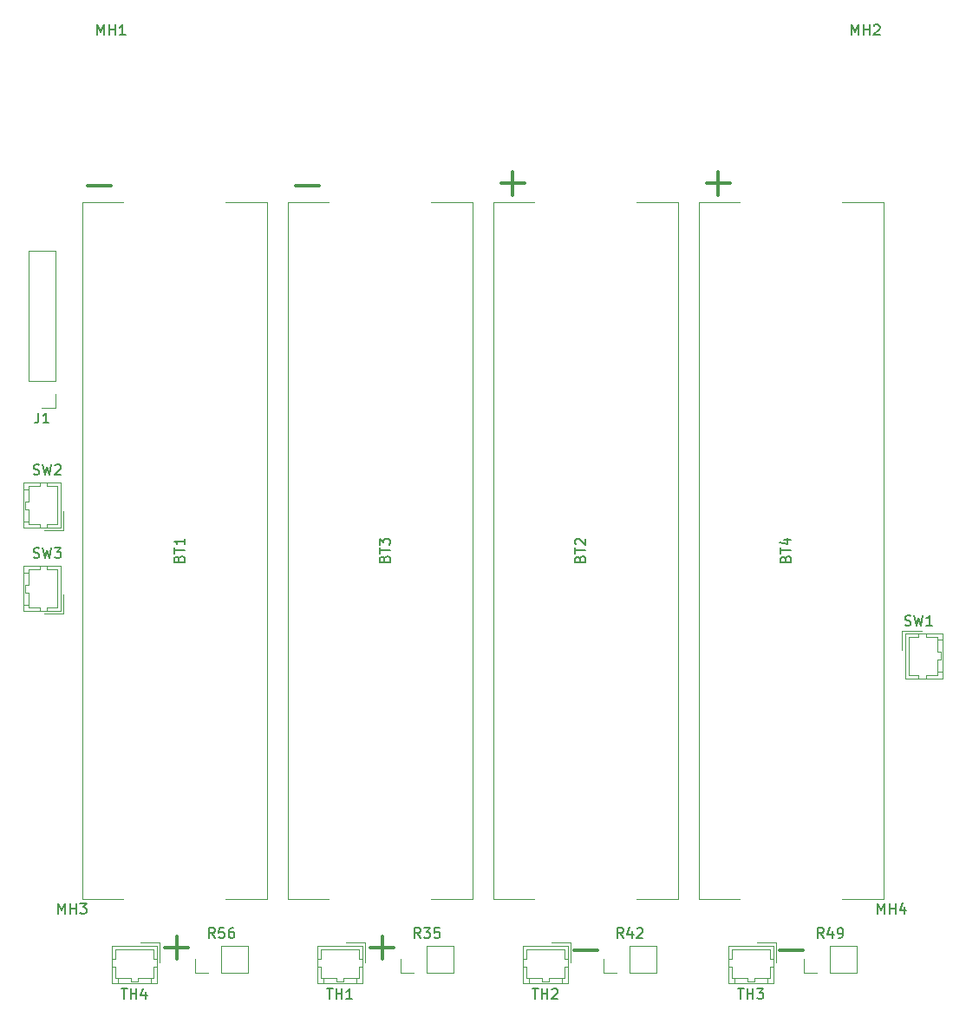
<source format=gbr>
%TF.GenerationSoftware,KiCad,Pcbnew,(5.1.9)-1*%
%TF.CreationDate,2022-01-29T17:26:47-05:00*%
%TF.ProjectId,BatteryMaster,42617474-6572-4794-9d61-737465722e6b,rev?*%
%TF.SameCoordinates,Original*%
%TF.FileFunction,Legend,Top*%
%TF.FilePolarity,Positive*%
%FSLAX46Y46*%
G04 Gerber Fmt 4.6, Leading zero omitted, Abs format (unit mm)*
G04 Created by KiCad (PCBNEW (5.1.9)-1) date 2022-01-29 17:26:47*
%MOMM*%
%LPD*%
G01*
G04 APERTURE LIST*
%ADD10C,0.120000*%
%ADD11C,0.150000*%
%ADD12C,0.300000*%
G04 APERTURE END LIST*
D10*
%TO.C,BT1*%
X112920000Y-70902000D02*
X116920000Y-70902000D01*
X130920000Y-70902000D02*
X126920000Y-70902000D01*
X130920000Y-138902000D02*
X126920000Y-138902000D01*
X112920000Y-138902000D02*
X116920000Y-138902000D01*
X130920000Y-138902000D02*
X130920000Y-70902000D01*
X112920000Y-138902000D02*
X112920000Y-70902000D01*
%TO.C,TH4*%
X120168000Y-147080000D02*
X120168000Y-143480000D01*
X120168000Y-143480000D02*
X115818000Y-143480000D01*
X115818000Y-143480000D02*
X115818000Y-147080000D01*
X115818000Y-147080000D02*
X120168000Y-147080000D01*
X120478000Y-145080000D02*
X120478000Y-143170000D01*
X120478000Y-143170000D02*
X118568000Y-143170000D01*
X120168000Y-144780000D02*
X119868000Y-144780000D01*
X119868000Y-144780000D02*
X119868000Y-143780000D01*
X119868000Y-143780000D02*
X116118000Y-143780000D01*
X116118000Y-143780000D02*
X116118000Y-144780000D01*
X116118000Y-144780000D02*
X115818000Y-144780000D01*
X120168000Y-145530000D02*
X119868000Y-145530000D01*
X119868000Y-145530000D02*
X119868000Y-146630000D01*
X119868000Y-146630000D02*
X119568000Y-146630000D01*
X119568000Y-146630000D02*
X119568000Y-147080000D01*
X115818000Y-145530000D02*
X116118000Y-145530000D01*
X116118000Y-145530000D02*
X116118000Y-146630000D01*
X116118000Y-146630000D02*
X116418000Y-146630000D01*
X116418000Y-146630000D02*
X116418000Y-147080000D01*
X119568000Y-146630000D02*
X118368000Y-146630000D01*
X118368000Y-146630000D02*
X118368000Y-146930000D01*
X118368000Y-146930000D02*
X117618000Y-146930000D01*
X117618000Y-146930000D02*
X117618000Y-146630000D01*
X117618000Y-146630000D02*
X116418000Y-146630000D01*
%TO.C,TH3*%
X180366000Y-147080000D02*
X180366000Y-143480000D01*
X180366000Y-143480000D02*
X176016000Y-143480000D01*
X176016000Y-143480000D02*
X176016000Y-147080000D01*
X176016000Y-147080000D02*
X180366000Y-147080000D01*
X180676000Y-145080000D02*
X180676000Y-143170000D01*
X180676000Y-143170000D02*
X178766000Y-143170000D01*
X180366000Y-144780000D02*
X180066000Y-144780000D01*
X180066000Y-144780000D02*
X180066000Y-143780000D01*
X180066000Y-143780000D02*
X176316000Y-143780000D01*
X176316000Y-143780000D02*
X176316000Y-144780000D01*
X176316000Y-144780000D02*
X176016000Y-144780000D01*
X180366000Y-145530000D02*
X180066000Y-145530000D01*
X180066000Y-145530000D02*
X180066000Y-146630000D01*
X180066000Y-146630000D02*
X179766000Y-146630000D01*
X179766000Y-146630000D02*
X179766000Y-147080000D01*
X176016000Y-145530000D02*
X176316000Y-145530000D01*
X176316000Y-145530000D02*
X176316000Y-146630000D01*
X176316000Y-146630000D02*
X176616000Y-146630000D01*
X176616000Y-146630000D02*
X176616000Y-147080000D01*
X179766000Y-146630000D02*
X178566000Y-146630000D01*
X178566000Y-146630000D02*
X178566000Y-146930000D01*
X178566000Y-146930000D02*
X177816000Y-146930000D01*
X177816000Y-146930000D02*
X177816000Y-146630000D01*
X177816000Y-146630000D02*
X176616000Y-146630000D01*
%TO.C,TH2*%
X160300000Y-147080000D02*
X160300000Y-143480000D01*
X160300000Y-143480000D02*
X155950000Y-143480000D01*
X155950000Y-143480000D02*
X155950000Y-147080000D01*
X155950000Y-147080000D02*
X160300000Y-147080000D01*
X160610000Y-145080000D02*
X160610000Y-143170000D01*
X160610000Y-143170000D02*
X158700000Y-143170000D01*
X160300000Y-144780000D02*
X160000000Y-144780000D01*
X160000000Y-144780000D02*
X160000000Y-143780000D01*
X160000000Y-143780000D02*
X156250000Y-143780000D01*
X156250000Y-143780000D02*
X156250000Y-144780000D01*
X156250000Y-144780000D02*
X155950000Y-144780000D01*
X160300000Y-145530000D02*
X160000000Y-145530000D01*
X160000000Y-145530000D02*
X160000000Y-146630000D01*
X160000000Y-146630000D02*
X159700000Y-146630000D01*
X159700000Y-146630000D02*
X159700000Y-147080000D01*
X155950000Y-145530000D02*
X156250000Y-145530000D01*
X156250000Y-145530000D02*
X156250000Y-146630000D01*
X156250000Y-146630000D02*
X156550000Y-146630000D01*
X156550000Y-146630000D02*
X156550000Y-147080000D01*
X159700000Y-146630000D02*
X158500000Y-146630000D01*
X158500000Y-146630000D02*
X158500000Y-146930000D01*
X158500000Y-146930000D02*
X157750000Y-146930000D01*
X157750000Y-146930000D02*
X157750000Y-146630000D01*
X157750000Y-146630000D02*
X156550000Y-146630000D01*
%TO.C,TH1*%
X140234000Y-147080000D02*
X140234000Y-143480000D01*
X140234000Y-143480000D02*
X135884000Y-143480000D01*
X135884000Y-143480000D02*
X135884000Y-147080000D01*
X135884000Y-147080000D02*
X140234000Y-147080000D01*
X140544000Y-145080000D02*
X140544000Y-143170000D01*
X140544000Y-143170000D02*
X138634000Y-143170000D01*
X140234000Y-144780000D02*
X139934000Y-144780000D01*
X139934000Y-144780000D02*
X139934000Y-143780000D01*
X139934000Y-143780000D02*
X136184000Y-143780000D01*
X136184000Y-143780000D02*
X136184000Y-144780000D01*
X136184000Y-144780000D02*
X135884000Y-144780000D01*
X140234000Y-145530000D02*
X139934000Y-145530000D01*
X139934000Y-145530000D02*
X139934000Y-146630000D01*
X139934000Y-146630000D02*
X139634000Y-146630000D01*
X139634000Y-146630000D02*
X139634000Y-147080000D01*
X135884000Y-145530000D02*
X136184000Y-145530000D01*
X136184000Y-145530000D02*
X136184000Y-146630000D01*
X136184000Y-146630000D02*
X136484000Y-146630000D01*
X136484000Y-146630000D02*
X136484000Y-147080000D01*
X139634000Y-146630000D02*
X138434000Y-146630000D01*
X138434000Y-146630000D02*
X138434000Y-146930000D01*
X138434000Y-146930000D02*
X137684000Y-146930000D01*
X137684000Y-146930000D02*
X137684000Y-146630000D01*
X137684000Y-146630000D02*
X136484000Y-146630000D01*
%TO.C,J1*%
X110296000Y-75632000D02*
X107636000Y-75632000D01*
X110296000Y-88392000D02*
X110296000Y-75632000D01*
X107636000Y-88392000D02*
X107636000Y-75632000D01*
X110296000Y-88392000D02*
X107636000Y-88392000D01*
X110296000Y-89662000D02*
X110296000Y-90992000D01*
X110296000Y-90992000D02*
X108966000Y-90992000D01*
%TO.C,SW1*%
X196864000Y-113004000D02*
X193264000Y-113004000D01*
X193264000Y-113004000D02*
X193264000Y-117354000D01*
X193264000Y-117354000D02*
X196864000Y-117354000D01*
X196864000Y-117354000D02*
X196864000Y-113004000D01*
X194864000Y-112694000D02*
X192954000Y-112694000D01*
X192954000Y-112694000D02*
X192954000Y-114604000D01*
X194564000Y-113004000D02*
X194564000Y-113304000D01*
X194564000Y-113304000D02*
X193564000Y-113304000D01*
X193564000Y-113304000D02*
X193564000Y-117054000D01*
X193564000Y-117054000D02*
X194564000Y-117054000D01*
X194564000Y-117054000D02*
X194564000Y-117354000D01*
X195314000Y-113004000D02*
X195314000Y-113304000D01*
X195314000Y-113304000D02*
X196414000Y-113304000D01*
X196414000Y-113304000D02*
X196414000Y-113604000D01*
X196414000Y-113604000D02*
X196864000Y-113604000D01*
X195314000Y-117354000D02*
X195314000Y-117054000D01*
X195314000Y-117054000D02*
X196414000Y-117054000D01*
X196414000Y-117054000D02*
X196414000Y-116754000D01*
X196414000Y-116754000D02*
X196864000Y-116754000D01*
X196414000Y-113604000D02*
X196414000Y-114804000D01*
X196414000Y-114804000D02*
X196714000Y-114804000D01*
X196714000Y-114804000D02*
X196714000Y-115554000D01*
X196714000Y-115554000D02*
X196414000Y-115554000D01*
X196414000Y-115554000D02*
X196414000Y-116754000D01*
%TO.C,BT4*%
X191118000Y-138902000D02*
X187118000Y-138902000D01*
X173118000Y-138902000D02*
X177118000Y-138902000D01*
X173118000Y-70902000D02*
X177118000Y-70902000D01*
X191118000Y-70902000D02*
X187118000Y-70902000D01*
X173118000Y-70902000D02*
X173118000Y-138902000D01*
X191118000Y-70902000D02*
X191118000Y-138902000D01*
%TO.C,BT2*%
X171052000Y-138902000D02*
X167052000Y-138902000D01*
X153052000Y-138902000D02*
X157052000Y-138902000D01*
X153052000Y-70902000D02*
X157052000Y-70902000D01*
X171052000Y-70902000D02*
X167052000Y-70902000D01*
X153052000Y-70902000D02*
X153052000Y-138902000D01*
X171052000Y-70902000D02*
X171052000Y-138902000D01*
%TO.C,BT3*%
X132986000Y-70902000D02*
X136986000Y-70902000D01*
X150986000Y-70902000D02*
X146986000Y-70902000D01*
X150986000Y-138902000D02*
X146986000Y-138902000D01*
X132986000Y-138902000D02*
X136986000Y-138902000D01*
X150986000Y-138902000D02*
X150986000Y-70902000D01*
X132986000Y-138902000D02*
X132986000Y-70902000D01*
%TO.C,SW3*%
X107174000Y-110770000D02*
X110774000Y-110770000D01*
X110774000Y-110770000D02*
X110774000Y-106420000D01*
X110774000Y-106420000D02*
X107174000Y-106420000D01*
X107174000Y-106420000D02*
X107174000Y-110770000D01*
X109174000Y-111080000D02*
X111084000Y-111080000D01*
X111084000Y-111080000D02*
X111084000Y-109170000D01*
X109474000Y-110770000D02*
X109474000Y-110470000D01*
X109474000Y-110470000D02*
X110474000Y-110470000D01*
X110474000Y-110470000D02*
X110474000Y-106720000D01*
X110474000Y-106720000D02*
X109474000Y-106720000D01*
X109474000Y-106720000D02*
X109474000Y-106420000D01*
X108724000Y-110770000D02*
X108724000Y-110470000D01*
X108724000Y-110470000D02*
X107624000Y-110470000D01*
X107624000Y-110470000D02*
X107624000Y-110170000D01*
X107624000Y-110170000D02*
X107174000Y-110170000D01*
X108724000Y-106420000D02*
X108724000Y-106720000D01*
X108724000Y-106720000D02*
X107624000Y-106720000D01*
X107624000Y-106720000D02*
X107624000Y-107020000D01*
X107624000Y-107020000D02*
X107174000Y-107020000D01*
X107624000Y-110170000D02*
X107624000Y-108970000D01*
X107624000Y-108970000D02*
X107324000Y-108970000D01*
X107324000Y-108970000D02*
X107324000Y-108220000D01*
X107324000Y-108220000D02*
X107624000Y-108220000D01*
X107624000Y-108220000D02*
X107624000Y-107020000D01*
%TO.C,SW2*%
X107174000Y-102642000D02*
X110774000Y-102642000D01*
X110774000Y-102642000D02*
X110774000Y-98292000D01*
X110774000Y-98292000D02*
X107174000Y-98292000D01*
X107174000Y-98292000D02*
X107174000Y-102642000D01*
X109174000Y-102952000D02*
X111084000Y-102952000D01*
X111084000Y-102952000D02*
X111084000Y-101042000D01*
X109474000Y-102642000D02*
X109474000Y-102342000D01*
X109474000Y-102342000D02*
X110474000Y-102342000D01*
X110474000Y-102342000D02*
X110474000Y-98592000D01*
X110474000Y-98592000D02*
X109474000Y-98592000D01*
X109474000Y-98592000D02*
X109474000Y-98292000D01*
X108724000Y-102642000D02*
X108724000Y-102342000D01*
X108724000Y-102342000D02*
X107624000Y-102342000D01*
X107624000Y-102342000D02*
X107624000Y-102042000D01*
X107624000Y-102042000D02*
X107174000Y-102042000D01*
X108724000Y-98292000D02*
X108724000Y-98592000D01*
X108724000Y-98592000D02*
X107624000Y-98592000D01*
X107624000Y-98592000D02*
X107624000Y-98892000D01*
X107624000Y-98892000D02*
X107174000Y-98892000D01*
X107624000Y-102042000D02*
X107624000Y-100842000D01*
X107624000Y-100842000D02*
X107324000Y-100842000D01*
X107324000Y-100842000D02*
X107324000Y-100092000D01*
X107324000Y-100092000D02*
X107624000Y-100092000D01*
X107624000Y-100092000D02*
X107624000Y-98892000D01*
%TO.C,R56*%
X129092000Y-146110000D02*
X129092000Y-143450000D01*
X126492000Y-146110000D02*
X129092000Y-146110000D01*
X126492000Y-143450000D02*
X129092000Y-143450000D01*
X126492000Y-146110000D02*
X126492000Y-143450000D01*
X125222000Y-146110000D02*
X123892000Y-146110000D01*
X123892000Y-146110000D02*
X123892000Y-144780000D01*
%TO.C,R49*%
X188528000Y-146110000D02*
X188528000Y-143450000D01*
X185928000Y-146110000D02*
X188528000Y-146110000D01*
X185928000Y-143450000D02*
X188528000Y-143450000D01*
X185928000Y-146110000D02*
X185928000Y-143450000D01*
X184658000Y-146110000D02*
X183328000Y-146110000D01*
X183328000Y-146110000D02*
X183328000Y-144780000D01*
%TO.C,R42*%
X168970000Y-146110000D02*
X168970000Y-143450000D01*
X166370000Y-146110000D02*
X168970000Y-146110000D01*
X166370000Y-143450000D02*
X168970000Y-143450000D01*
X166370000Y-146110000D02*
X166370000Y-143450000D01*
X165100000Y-146110000D02*
X163770000Y-146110000D01*
X163770000Y-146110000D02*
X163770000Y-144780000D01*
%TO.C,R35*%
X149158000Y-146110000D02*
X149158000Y-143450000D01*
X146558000Y-146110000D02*
X149158000Y-146110000D01*
X146558000Y-143450000D02*
X149158000Y-143450000D01*
X146558000Y-146110000D02*
X146558000Y-143450000D01*
X145288000Y-146110000D02*
X143958000Y-146110000D01*
X143958000Y-146110000D02*
X143958000Y-144780000D01*
%TO.C,BT1*%
D11*
X122348571Y-105687714D02*
X122396190Y-105544857D01*
X122443809Y-105497238D01*
X122539047Y-105449619D01*
X122681904Y-105449619D01*
X122777142Y-105497238D01*
X122824761Y-105544857D01*
X122872380Y-105640095D01*
X122872380Y-106021047D01*
X121872380Y-106021047D01*
X121872380Y-105687714D01*
X121920000Y-105592476D01*
X121967619Y-105544857D01*
X122062857Y-105497238D01*
X122158095Y-105497238D01*
X122253333Y-105544857D01*
X122300952Y-105592476D01*
X122348571Y-105687714D01*
X122348571Y-106021047D01*
X121872380Y-105163904D02*
X121872380Y-104592476D01*
X122872380Y-104878190D02*
X121872380Y-104878190D01*
X122872380Y-103735333D02*
X122872380Y-104306761D01*
X122872380Y-104021047D02*
X121872380Y-104021047D01*
X122015238Y-104116285D01*
X122110476Y-104211523D01*
X122158095Y-104306761D01*
D12*
X113411142Y-69302285D02*
X115696857Y-69302285D01*
X122134285Y-144779857D02*
X122134285Y-142494142D01*
X123277142Y-143637000D02*
X120991428Y-143637000D01*
%TO.C,TH4*%
D11*
X116712285Y-147632380D02*
X117283714Y-147632380D01*
X116998000Y-148632380D02*
X116998000Y-147632380D01*
X117617047Y-148632380D02*
X117617047Y-147632380D01*
X117617047Y-148108571D02*
X118188476Y-148108571D01*
X118188476Y-148632380D02*
X118188476Y-147632380D01*
X119093238Y-147965714D02*
X119093238Y-148632380D01*
X118855142Y-147584761D02*
X118617047Y-148299047D01*
X119236095Y-148299047D01*
%TO.C,TH3*%
X176910285Y-147632380D02*
X177481714Y-147632380D01*
X177196000Y-148632380D02*
X177196000Y-147632380D01*
X177815047Y-148632380D02*
X177815047Y-147632380D01*
X177815047Y-148108571D02*
X178386476Y-148108571D01*
X178386476Y-148632380D02*
X178386476Y-147632380D01*
X178767428Y-147632380D02*
X179386476Y-147632380D01*
X179053142Y-148013333D01*
X179196000Y-148013333D01*
X179291238Y-148060952D01*
X179338857Y-148108571D01*
X179386476Y-148203809D01*
X179386476Y-148441904D01*
X179338857Y-148537142D01*
X179291238Y-148584761D01*
X179196000Y-148632380D01*
X178910285Y-148632380D01*
X178815047Y-148584761D01*
X178767428Y-148537142D01*
%TO.C,TH2*%
X156844285Y-147632380D02*
X157415714Y-147632380D01*
X157130000Y-148632380D02*
X157130000Y-147632380D01*
X157749047Y-148632380D02*
X157749047Y-147632380D01*
X157749047Y-148108571D02*
X158320476Y-148108571D01*
X158320476Y-148632380D02*
X158320476Y-147632380D01*
X158749047Y-147727619D02*
X158796666Y-147680000D01*
X158891904Y-147632380D01*
X159130000Y-147632380D01*
X159225238Y-147680000D01*
X159272857Y-147727619D01*
X159320476Y-147822857D01*
X159320476Y-147918095D01*
X159272857Y-148060952D01*
X158701428Y-148632380D01*
X159320476Y-148632380D01*
%TO.C,TH1*%
X136778285Y-147632380D02*
X137349714Y-147632380D01*
X137064000Y-148632380D02*
X137064000Y-147632380D01*
X137683047Y-148632380D02*
X137683047Y-147632380D01*
X137683047Y-148108571D02*
X138254476Y-148108571D01*
X138254476Y-148632380D02*
X138254476Y-147632380D01*
X139254476Y-148632380D02*
X138683047Y-148632380D01*
X138968761Y-148632380D02*
X138968761Y-147632380D01*
X138873523Y-147775238D01*
X138778285Y-147870476D01*
X138683047Y-147918095D01*
%TO.C,J1*%
X108632666Y-91444380D02*
X108632666Y-92158666D01*
X108585047Y-92301523D01*
X108489809Y-92396761D01*
X108346952Y-92444380D01*
X108251714Y-92444380D01*
X109632666Y-92444380D02*
X109061238Y-92444380D01*
X109346952Y-92444380D02*
X109346952Y-91444380D01*
X109251714Y-91587238D01*
X109156476Y-91682476D01*
X109061238Y-91730095D01*
%TO.C,SW1*%
X193230666Y-112164761D02*
X193373523Y-112212380D01*
X193611619Y-112212380D01*
X193706857Y-112164761D01*
X193754476Y-112117142D01*
X193802095Y-112021904D01*
X193802095Y-111926666D01*
X193754476Y-111831428D01*
X193706857Y-111783809D01*
X193611619Y-111736190D01*
X193421142Y-111688571D01*
X193325904Y-111640952D01*
X193278285Y-111593333D01*
X193230666Y-111498095D01*
X193230666Y-111402857D01*
X193278285Y-111307619D01*
X193325904Y-111260000D01*
X193421142Y-111212380D01*
X193659238Y-111212380D01*
X193802095Y-111260000D01*
X194135428Y-111212380D02*
X194373523Y-112212380D01*
X194564000Y-111498095D01*
X194754476Y-112212380D01*
X194992571Y-111212380D01*
X195897333Y-112212380D02*
X195325904Y-112212380D01*
X195611619Y-112212380D02*
X195611619Y-111212380D01*
X195516380Y-111355238D01*
X195421142Y-111450476D01*
X195325904Y-111498095D01*
%TO.C,BT4*%
X181546571Y-105687714D02*
X181594190Y-105544857D01*
X181641809Y-105497238D01*
X181737047Y-105449619D01*
X181879904Y-105449619D01*
X181975142Y-105497238D01*
X182022761Y-105544857D01*
X182070380Y-105640095D01*
X182070380Y-106021047D01*
X181070380Y-106021047D01*
X181070380Y-105687714D01*
X181118000Y-105592476D01*
X181165619Y-105544857D01*
X181260857Y-105497238D01*
X181356095Y-105497238D01*
X181451333Y-105544857D01*
X181498952Y-105592476D01*
X181546571Y-105687714D01*
X181546571Y-106021047D01*
X181070380Y-105163904D02*
X181070380Y-104592476D01*
X182070380Y-104878190D02*
X181070380Y-104878190D01*
X181403714Y-103830571D02*
X182070380Y-103830571D01*
X181022761Y-104068666D02*
X181737047Y-104306761D01*
X181737047Y-103687714D01*
D12*
X180975142Y-143851285D02*
X183260857Y-143851285D01*
X173863142Y-69048285D02*
X176148857Y-69048285D01*
X175006000Y-70191142D02*
X175006000Y-67905428D01*
%TO.C,BT2*%
D11*
X161480571Y-105687714D02*
X161528190Y-105544857D01*
X161575809Y-105497238D01*
X161671047Y-105449619D01*
X161813904Y-105449619D01*
X161909142Y-105497238D01*
X161956761Y-105544857D01*
X162004380Y-105640095D01*
X162004380Y-106021047D01*
X161004380Y-106021047D01*
X161004380Y-105687714D01*
X161052000Y-105592476D01*
X161099619Y-105544857D01*
X161194857Y-105497238D01*
X161290095Y-105497238D01*
X161385333Y-105544857D01*
X161432952Y-105592476D01*
X161480571Y-105687714D01*
X161480571Y-106021047D01*
X161004380Y-105163904D02*
X161004380Y-104592476D01*
X162004380Y-104878190D02*
X161004380Y-104878190D01*
X161099619Y-104306761D02*
X161052000Y-104259142D01*
X161004380Y-104163904D01*
X161004380Y-103925809D01*
X161052000Y-103830571D01*
X161099619Y-103782952D01*
X161194857Y-103735333D01*
X161290095Y-103735333D01*
X161432952Y-103782952D01*
X162004380Y-104354380D01*
X162004380Y-103735333D01*
D12*
X160909142Y-143851285D02*
X163194857Y-143851285D01*
X153797142Y-69048285D02*
X156082857Y-69048285D01*
X154940000Y-70191142D02*
X154940000Y-67905428D01*
%TO.C,BT3*%
D11*
X142414571Y-105687714D02*
X142462190Y-105544857D01*
X142509809Y-105497238D01*
X142605047Y-105449619D01*
X142747904Y-105449619D01*
X142843142Y-105497238D01*
X142890761Y-105544857D01*
X142938380Y-105640095D01*
X142938380Y-106021047D01*
X141938380Y-106021047D01*
X141938380Y-105687714D01*
X141986000Y-105592476D01*
X142033619Y-105544857D01*
X142128857Y-105497238D01*
X142224095Y-105497238D01*
X142319333Y-105544857D01*
X142366952Y-105592476D01*
X142414571Y-105687714D01*
X142414571Y-106021047D01*
X141938380Y-105163904D02*
X141938380Y-104592476D01*
X142938380Y-104878190D02*
X141938380Y-104878190D01*
X141938380Y-104354380D02*
X141938380Y-103735333D01*
X142319333Y-104068666D01*
X142319333Y-103925809D01*
X142366952Y-103830571D01*
X142414571Y-103782952D01*
X142509809Y-103735333D01*
X142747904Y-103735333D01*
X142843142Y-103782952D01*
X142890761Y-103830571D01*
X142938380Y-103925809D01*
X142938380Y-104211523D01*
X142890761Y-104306761D01*
X142843142Y-104354380D01*
D12*
X133731142Y-69302285D02*
X136016857Y-69302285D01*
X142200285Y-144779857D02*
X142200285Y-142494142D01*
X143343142Y-143637000D02*
X141057428Y-143637000D01*
%TO.C,SW3*%
D11*
X108140666Y-105560761D02*
X108283523Y-105608380D01*
X108521619Y-105608380D01*
X108616857Y-105560761D01*
X108664476Y-105513142D01*
X108712095Y-105417904D01*
X108712095Y-105322666D01*
X108664476Y-105227428D01*
X108616857Y-105179809D01*
X108521619Y-105132190D01*
X108331142Y-105084571D01*
X108235904Y-105036952D01*
X108188285Y-104989333D01*
X108140666Y-104894095D01*
X108140666Y-104798857D01*
X108188285Y-104703619D01*
X108235904Y-104656000D01*
X108331142Y-104608380D01*
X108569238Y-104608380D01*
X108712095Y-104656000D01*
X109045428Y-104608380D02*
X109283523Y-105608380D01*
X109474000Y-104894095D01*
X109664476Y-105608380D01*
X109902571Y-104608380D01*
X110188285Y-104608380D02*
X110807333Y-104608380D01*
X110474000Y-104989333D01*
X110616857Y-104989333D01*
X110712095Y-105036952D01*
X110759714Y-105084571D01*
X110807333Y-105179809D01*
X110807333Y-105417904D01*
X110759714Y-105513142D01*
X110712095Y-105560761D01*
X110616857Y-105608380D01*
X110331142Y-105608380D01*
X110235904Y-105560761D01*
X110188285Y-105513142D01*
%TO.C,SW2*%
X108140666Y-97432761D02*
X108283523Y-97480380D01*
X108521619Y-97480380D01*
X108616857Y-97432761D01*
X108664476Y-97385142D01*
X108712095Y-97289904D01*
X108712095Y-97194666D01*
X108664476Y-97099428D01*
X108616857Y-97051809D01*
X108521619Y-97004190D01*
X108331142Y-96956571D01*
X108235904Y-96908952D01*
X108188285Y-96861333D01*
X108140666Y-96766095D01*
X108140666Y-96670857D01*
X108188285Y-96575619D01*
X108235904Y-96528000D01*
X108331142Y-96480380D01*
X108569238Y-96480380D01*
X108712095Y-96528000D01*
X109045428Y-96480380D02*
X109283523Y-97480380D01*
X109474000Y-96766095D01*
X109664476Y-97480380D01*
X109902571Y-96480380D01*
X110235904Y-96575619D02*
X110283523Y-96528000D01*
X110378761Y-96480380D01*
X110616857Y-96480380D01*
X110712095Y-96528000D01*
X110759714Y-96575619D01*
X110807333Y-96670857D01*
X110807333Y-96766095D01*
X110759714Y-96908952D01*
X110188285Y-97480380D01*
X110807333Y-97480380D01*
%TO.C,R56*%
X125849142Y-142692380D02*
X125515809Y-142216190D01*
X125277714Y-142692380D02*
X125277714Y-141692380D01*
X125658666Y-141692380D01*
X125753904Y-141740000D01*
X125801523Y-141787619D01*
X125849142Y-141882857D01*
X125849142Y-142025714D01*
X125801523Y-142120952D01*
X125753904Y-142168571D01*
X125658666Y-142216190D01*
X125277714Y-142216190D01*
X126753904Y-141692380D02*
X126277714Y-141692380D01*
X126230095Y-142168571D01*
X126277714Y-142120952D01*
X126372952Y-142073333D01*
X126611047Y-142073333D01*
X126706285Y-142120952D01*
X126753904Y-142168571D01*
X126801523Y-142263809D01*
X126801523Y-142501904D01*
X126753904Y-142597142D01*
X126706285Y-142644761D01*
X126611047Y-142692380D01*
X126372952Y-142692380D01*
X126277714Y-142644761D01*
X126230095Y-142597142D01*
X127658666Y-141692380D02*
X127468190Y-141692380D01*
X127372952Y-141740000D01*
X127325333Y-141787619D01*
X127230095Y-141930476D01*
X127182476Y-142120952D01*
X127182476Y-142501904D01*
X127230095Y-142597142D01*
X127277714Y-142644761D01*
X127372952Y-142692380D01*
X127563428Y-142692380D01*
X127658666Y-142644761D01*
X127706285Y-142597142D01*
X127753904Y-142501904D01*
X127753904Y-142263809D01*
X127706285Y-142168571D01*
X127658666Y-142120952D01*
X127563428Y-142073333D01*
X127372952Y-142073333D01*
X127277714Y-142120952D01*
X127230095Y-142168571D01*
X127182476Y-142263809D01*
%TO.C,R49*%
X185285142Y-142692380D02*
X184951809Y-142216190D01*
X184713714Y-142692380D02*
X184713714Y-141692380D01*
X185094666Y-141692380D01*
X185189904Y-141740000D01*
X185237523Y-141787619D01*
X185285142Y-141882857D01*
X185285142Y-142025714D01*
X185237523Y-142120952D01*
X185189904Y-142168571D01*
X185094666Y-142216190D01*
X184713714Y-142216190D01*
X186142285Y-142025714D02*
X186142285Y-142692380D01*
X185904190Y-141644761D02*
X185666095Y-142359047D01*
X186285142Y-142359047D01*
X186713714Y-142692380D02*
X186904190Y-142692380D01*
X186999428Y-142644761D01*
X187047047Y-142597142D01*
X187142285Y-142454285D01*
X187189904Y-142263809D01*
X187189904Y-141882857D01*
X187142285Y-141787619D01*
X187094666Y-141740000D01*
X186999428Y-141692380D01*
X186808952Y-141692380D01*
X186713714Y-141740000D01*
X186666095Y-141787619D01*
X186618476Y-141882857D01*
X186618476Y-142120952D01*
X186666095Y-142216190D01*
X186713714Y-142263809D01*
X186808952Y-142311428D01*
X186999428Y-142311428D01*
X187094666Y-142263809D01*
X187142285Y-142216190D01*
X187189904Y-142120952D01*
%TO.C,R42*%
X165727142Y-142692380D02*
X165393809Y-142216190D01*
X165155714Y-142692380D02*
X165155714Y-141692380D01*
X165536666Y-141692380D01*
X165631904Y-141740000D01*
X165679523Y-141787619D01*
X165727142Y-141882857D01*
X165727142Y-142025714D01*
X165679523Y-142120952D01*
X165631904Y-142168571D01*
X165536666Y-142216190D01*
X165155714Y-142216190D01*
X166584285Y-142025714D02*
X166584285Y-142692380D01*
X166346190Y-141644761D02*
X166108095Y-142359047D01*
X166727142Y-142359047D01*
X167060476Y-141787619D02*
X167108095Y-141740000D01*
X167203333Y-141692380D01*
X167441428Y-141692380D01*
X167536666Y-141740000D01*
X167584285Y-141787619D01*
X167631904Y-141882857D01*
X167631904Y-141978095D01*
X167584285Y-142120952D01*
X167012857Y-142692380D01*
X167631904Y-142692380D01*
%TO.C,R35*%
X145915142Y-142692380D02*
X145581809Y-142216190D01*
X145343714Y-142692380D02*
X145343714Y-141692380D01*
X145724666Y-141692380D01*
X145819904Y-141740000D01*
X145867523Y-141787619D01*
X145915142Y-141882857D01*
X145915142Y-142025714D01*
X145867523Y-142120952D01*
X145819904Y-142168571D01*
X145724666Y-142216190D01*
X145343714Y-142216190D01*
X146248476Y-141692380D02*
X146867523Y-141692380D01*
X146534190Y-142073333D01*
X146677047Y-142073333D01*
X146772285Y-142120952D01*
X146819904Y-142168571D01*
X146867523Y-142263809D01*
X146867523Y-142501904D01*
X146819904Y-142597142D01*
X146772285Y-142644761D01*
X146677047Y-142692380D01*
X146391333Y-142692380D01*
X146296095Y-142644761D01*
X146248476Y-142597142D01*
X147772285Y-141692380D02*
X147296095Y-141692380D01*
X147248476Y-142168571D01*
X147296095Y-142120952D01*
X147391333Y-142073333D01*
X147629428Y-142073333D01*
X147724666Y-142120952D01*
X147772285Y-142168571D01*
X147819904Y-142263809D01*
X147819904Y-142501904D01*
X147772285Y-142597142D01*
X147724666Y-142644761D01*
X147629428Y-142692380D01*
X147391333Y-142692380D01*
X147296095Y-142644761D01*
X147248476Y-142597142D01*
%TO.C,MH4*%
X190592666Y-140316380D02*
X190592666Y-139316380D01*
X190926000Y-140030666D01*
X191259333Y-139316380D01*
X191259333Y-140316380D01*
X191735523Y-140316380D02*
X191735523Y-139316380D01*
X191735523Y-139792571D02*
X192306952Y-139792571D01*
X192306952Y-140316380D02*
X192306952Y-139316380D01*
X193211714Y-139649714D02*
X193211714Y-140316380D01*
X192973619Y-139268761D02*
X192735523Y-139983047D01*
X193354571Y-139983047D01*
%TO.C,MH3*%
X110582666Y-140316380D02*
X110582666Y-139316380D01*
X110916000Y-140030666D01*
X111249333Y-139316380D01*
X111249333Y-140316380D01*
X111725523Y-140316380D02*
X111725523Y-139316380D01*
X111725523Y-139792571D02*
X112296952Y-139792571D01*
X112296952Y-140316380D02*
X112296952Y-139316380D01*
X112677904Y-139316380D02*
X113296952Y-139316380D01*
X112963619Y-139697333D01*
X113106476Y-139697333D01*
X113201714Y-139744952D01*
X113249333Y-139792571D01*
X113296952Y-139887809D01*
X113296952Y-140125904D01*
X113249333Y-140221142D01*
X113201714Y-140268761D01*
X113106476Y-140316380D01*
X112820761Y-140316380D01*
X112725523Y-140268761D01*
X112677904Y-140221142D01*
%TO.C,MH2*%
X188052666Y-54591380D02*
X188052666Y-53591380D01*
X188386000Y-54305666D01*
X188719333Y-53591380D01*
X188719333Y-54591380D01*
X189195523Y-54591380D02*
X189195523Y-53591380D01*
X189195523Y-54067571D02*
X189766952Y-54067571D01*
X189766952Y-54591380D02*
X189766952Y-53591380D01*
X190195523Y-53686619D02*
X190243142Y-53639000D01*
X190338380Y-53591380D01*
X190576476Y-53591380D01*
X190671714Y-53639000D01*
X190719333Y-53686619D01*
X190766952Y-53781857D01*
X190766952Y-53877095D01*
X190719333Y-54019952D01*
X190147904Y-54591380D01*
X190766952Y-54591380D01*
%TO.C,MH1*%
X114392666Y-54591380D02*
X114392666Y-53591380D01*
X114726000Y-54305666D01*
X115059333Y-53591380D01*
X115059333Y-54591380D01*
X115535523Y-54591380D02*
X115535523Y-53591380D01*
X115535523Y-54067571D02*
X116106952Y-54067571D01*
X116106952Y-54591380D02*
X116106952Y-53591380D01*
X117106952Y-54591380D02*
X116535523Y-54591380D01*
X116821238Y-54591380D02*
X116821238Y-53591380D01*
X116726000Y-53734238D01*
X116630761Y-53829476D01*
X116535523Y-53877095D01*
%TD*%
M02*

</source>
